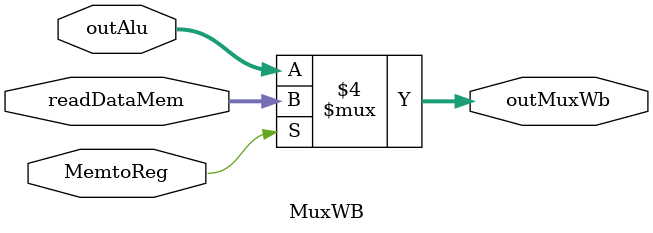
<source format=v>
`timescale 1ns / 1ps
module MuxWB(
	input MemtoReg,
	input [31:0] readDataMem, outAlu,
	output reg [31:0] outMuxWb
    );

initial
begin
	outMuxWb = 0;
end
always @(*)
begin
	if(MemtoReg)
		begin
			outMuxWb = readDataMem;
		end
	
	else
		begin
			outMuxWb = outAlu;
		end
end
endmodule

</source>
